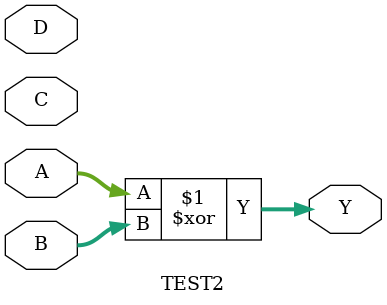
<source format=v>
module TEST2 (
	input wire [7:0] A,
	input wire [7:0] B,
	input wire [7:0] C,
	input wire [7:0] D,
	output wire [7:0] Y
);

	//娴ｅ秵瀚鹃幒銉ㄧ箥缁犳顑佺紒鍐х瘎
	// assign Y = {A[7:4],B[1:0],2'b01};
	// assign Y = {2{A[3:0]}};

	//闁槒绶潻鎰暬缁楋妇绮屾稊
	//assign Y = ((A > B) && (C > D)) ? A : B;
	// assign Y = ((A > B) || (C > D)) ? A : B;

	//娴ｅ秷绻嶇粻妤冾儊缂佸啩绡
	// assign Y = A & B;
	assign Y = A ^ B;

endmodule
</source>
